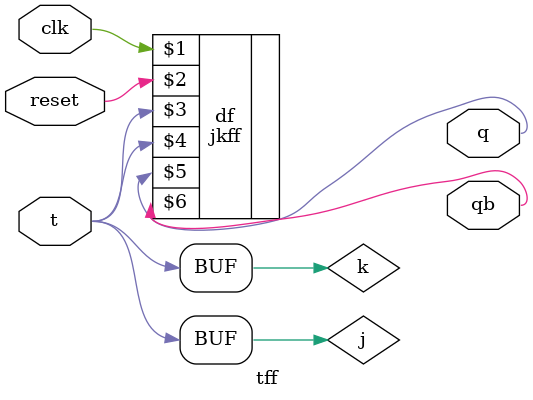
<source format=sv>
`timescale 1ns / 1ps


module tff(
    input clk,
    input reset,
    input t,
    output q , qb
);
    wire j , k;
    buf(j , t);
    buf(k , t);
    
    jkff df(clk , reset , j , k , q , qb);
endmodule

</source>
